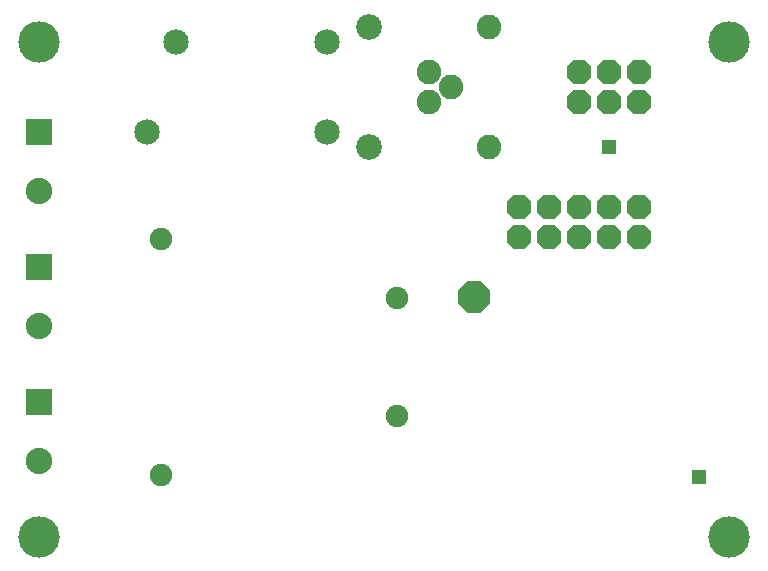
<source format=gbs>
G75*
%MOIN*%
%OFA0B0*%
%FSLAX25Y25*%
%IPPOS*%
%LPD*%
%AMOC8*
5,1,8,0,0,1.08239X$1,22.5*
%
%ADD10C,0.08200*%
%ADD11C,0.08600*%
%ADD12C,0.08477*%
%ADD13R,0.08800X0.08800*%
%ADD14C,0.08800*%
%ADD15OC8,0.08200*%
%ADD16C,0.13800*%
%ADD17C,0.07531*%
%ADD18OC8,0.10800*%
%ADD19R,0.05162X0.05162*%
D10*
X0233333Y0195000D03*
X0213333Y0210000D03*
X0220833Y0215000D03*
X0213333Y0220000D03*
X0233333Y0235000D03*
D11*
X0193333Y0235000D03*
X0193333Y0195000D03*
D12*
X0179333Y0199900D03*
X0179333Y0230000D03*
X0129133Y0230000D03*
X0119333Y0200000D03*
D13*
X0083333Y0200000D03*
X0083333Y0155000D03*
X0083333Y0110000D03*
D14*
X0083333Y0090315D03*
X0083333Y0135315D03*
X0083333Y0180315D03*
D15*
X0243333Y0175000D03*
X0253333Y0175000D03*
X0263333Y0175000D03*
X0273333Y0175000D03*
X0283333Y0175000D03*
X0283333Y0165000D03*
X0273333Y0165000D03*
X0263333Y0165000D03*
X0253333Y0165000D03*
X0243333Y0165000D03*
X0263333Y0210000D03*
X0273333Y0210000D03*
X0283333Y0210000D03*
X0283333Y0220000D03*
X0273333Y0220000D03*
X0263333Y0220000D03*
D16*
X0083333Y0065000D03*
X0313333Y0065000D03*
X0313333Y0230000D03*
X0083333Y0230000D03*
D17*
X0123963Y0164370D03*
X0202703Y0144685D03*
X0202703Y0105315D03*
X0123963Y0085630D03*
D18*
X0228333Y0145000D03*
D19*
X0273333Y0195000D03*
X0303333Y0085000D03*
M02*

</source>
